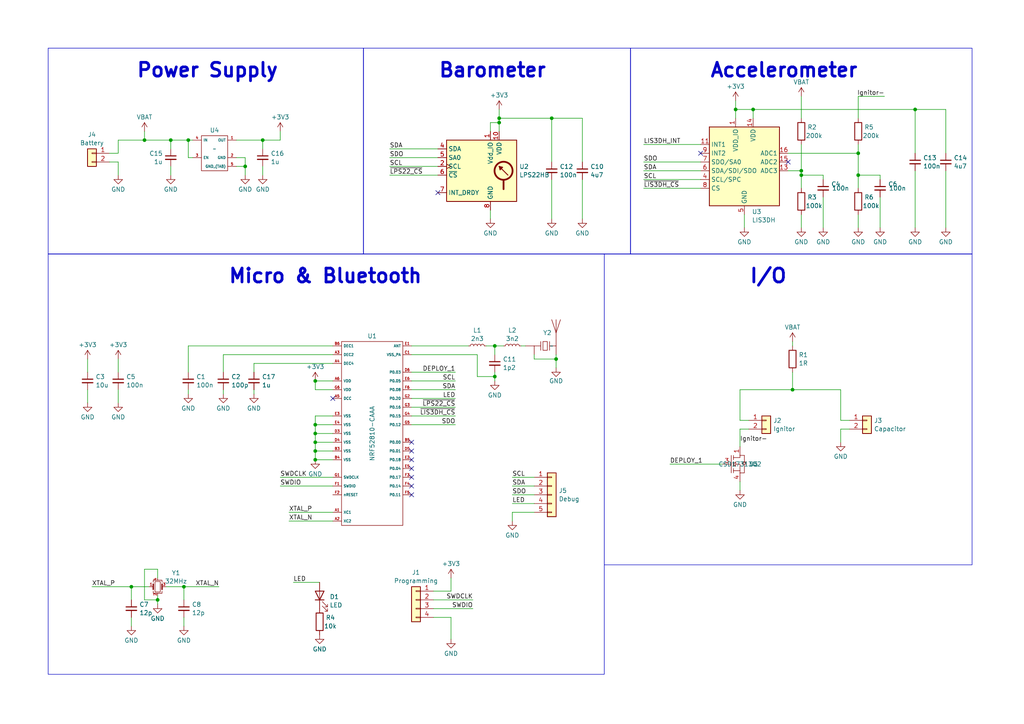
<source format=kicad_sch>
(kicad_sch (version 20230121) (generator eeschema)
  (paper "A4")
  (lib_symbols
    (symbol "Connector_Generic:Conn_01x02" (pin_names (offset 1.016) hide)
      (property "Reference" "J" (at 0 2.54 0))
      (property "Value" "Conn_01x02" (at 0 -5.08 0))
      (symbol "Conn_01x02_1_1"
        (rectangle (start -1.27 -2.413) (end 0 -2.667) (stroke (width 0.1524)))
        (rectangle (start -1.27 0.127) (end 0 -0.127) (stroke (width 0.1524)))
        (rectangle (start -1.27 1.27) (end 1.27 -3.81) (stroke (width 0.254)) (fill (type background)))
        (pin passive line (at -5.08 0 0) (length 3.81) (name "Pin_1") (number "1"))
        (pin passive line (at -5.08 -2.54 0) (length 3.81) (name "Pin_2") (number "2"))
      )
    )
    (symbol "Connector_Generic:Conn_01x04" (pin_names (offset 1.016) hide)
      (property "Reference" "J" (at 0 5.08 0))
      (property "Value" "Conn_01x04" (at 0 -7.62 0))
      (symbol "Conn_01x04_1_1"
        (rectangle (start -1.27 -4.953) (end 0 -5.207) (stroke (width 0.1524)))
        (rectangle (start -1.27 -2.413) (end 0 -2.667) (stroke (width 0.1524)))
        (rectangle (start -1.27 0.127) (end 0 -0.127) (stroke (width 0.1524)))
        (rectangle (start -1.27 2.667) (end 0 2.413) (stroke (width 0.1524)))
        (rectangle (start -1.27 3.81) (end 1.27 -6.35) (stroke (width 0.254)) (fill (type background)))
        (pin passive line (at -5.08 2.54 0) (length 3.81) (name "Pin_1") (number "1"))
        (pin passive line (at -5.08 0 0) (length 3.81) (name "Pin_2") (number "2"))
        (pin passive line (at -5.08 -2.54 0) (length 3.81) (name "Pin_3") (number "3"))
        (pin passive line (at -5.08 -5.08 0) (length 3.81) (name "Pin_4") (number "4"))
      )
    )
    (symbol "Connector_Generic:Conn_01x05" (pin_names (offset 1.016) hide)
      (property "Reference" "J" (at 0 7.62 0))
      (property "Value" "Conn_01x05" (at 0 -7.62 0))
      (symbol "Conn_01x05_1_1"
        (rectangle (start -1.27 -4.953) (end 0 -5.207) (stroke (width 0.1524)))
        (rectangle (start -1.27 -2.413) (end 0 -2.667) (stroke (width 0.1524)))
        (rectangle (start -1.27 0.127) (end 0 -0.127) (stroke (width 0.1524)))
        (rectangle (start -1.27 2.667) (end 0 2.413) (stroke (width 0.1524)))
        (rectangle (start -1.27 5.207) (end 0 4.953) (stroke (width 0.1524)))
        (rectangle (start -1.27 6.35) (end 1.27 -6.35) (stroke (width 0.254)) (fill (type background)))
        (pin passive line (at -5.08 5.08 0) (length 3.81) (name "Pin_1") (number "1"))
        (pin passive line (at -5.08 2.54 0) (length 3.81) (name "Pin_2") (number "2"))
        (pin passive line (at -5.08 0 0) (length 3.81) (name "Pin_3") (number "3"))
        (pin passive line (at -5.08 -2.54 0) (length 3.81) (name "Pin_4") (number "4"))
        (pin passive line (at -5.08 -5.08 0) (length 3.81) (name "Pin_5") (number "5"))
      )
    )
    (symbol "Device:C_Small" (pin_numbers hide) (pin_names (offset 0.254) hide)
      (property "Reference" "C" (at 0.254 1.778 0))
      (property "Value" "C_Small" (at 0.254 -2.032 0))
      (symbol "C_Small_0_1"
        (polyline (pts (xy -1.524 -0.508) (xy 1.524 -0.508)) (stroke (width 0.3302)))
        (polyline (pts (xy -1.524 0.508) (xy 1.524 0.508)) (stroke (width 0.3048)))
      )
      (symbol "C_Small_1_1"
        (pin passive line (at 0 2.54 270) (length 2.032) (name "~") (number "1"))
        (pin passive line (at 0 -2.54 90) (length 2.032) (name "~") (number "2"))
      )
    )
    (symbol "Device:Crystal_GND24_Small" (pin_names (offset 1.016) hide)
      (property "Reference" "Y" (at 1.27 4.445 0))
      (property "Value" "Crystal_GND24_Small" (at 1.27 2.54 0))
      (symbol "Crystal_GND24_Small_0_1"
        (rectangle (start -0.762 -1.524) (end 0.762 1.524))
        (polyline (pts (xy -1.27 -0.762) (xy -1.27 0.762)) (stroke (width 0.381)))
        (polyline (pts (xy 1.27 -0.762) (xy 1.27 0.762)) (stroke (width 0.381)))
        (polyline (pts (xy -1.27 -1.27) (xy -1.27 -1.905) (xy 1.27 -1.905) (xy 1.27 -1.27)))
        (polyline (pts (xy -1.27 1.27) (xy -1.27 1.905) (xy 1.27 1.905) (xy 1.27 1.27)))
      )
      (symbol "Crystal_GND24_Small_1_1"
        (pin passive line (at -2.54 0 0) (length 1.27) (name "1") (number "1"))
        (pin passive line (at 0 -2.54 90) (length 0.635) (name "2") (number "2"))
        (pin passive line (at 2.54 0 180) (length 1.27) (name "3") (number "3"))
        (pin passive line (at 0 2.54 270) (length 0.635) (name "4") (number "4"))
      )
    )
    (symbol "Device:LED" (pin_numbers hide) (pin_names (offset 1.016) hide)
      (property "Reference" "D" (at 0 2.54 0))
      (property "Value" "LED" (at 0 -2.54 0))
      (symbol "LED_0_1"
        (polyline (pts (xy -1.27 -1.27) (xy -1.27 1.27)) (stroke (width 0.254)))
        (polyline (pts (xy -1.27 0) (xy 1.27 0)))
        (polyline (pts (xy 1.27 -1.27) (xy 1.27 1.27) (xy -1.27 0) (xy 1.27 -1.27)) (stroke (width 0.254)))
        (polyline (pts (xy -3.048 -0.762) (xy -4.572 -2.286) (xy -3.81 -2.286) (xy -4.572 -2.286) (xy -4.572 -1.524)))
        (polyline (pts (xy -1.778 -0.762) (xy -3.302 -2.286) (xy -2.54 -2.286) (xy -3.302 -2.286) (xy -3.302 -1.524)))
      )
      (symbol "LED_1_1"
        (pin passive line (at -3.81 0 0) (length 2.54) (name "K") (number "1"))
        (pin passive line (at 3.81 0 180) (length 2.54) (name "A") (number "2"))
      )
    )
    (symbol "Device:L_Small" (pin_numbers hide) (pin_names (offset 0.254) hide)
      (property "Reference" "L" (at 0.762 1.016 0))
      (property "Value" "L_Small" (at 0.762 -1.016 0))
      (symbol "L_Small_0_1"
        (arc (start 0 -2.032) (mid 0.5058 -1.524) (end 0 -1.016))
        (arc (start 0 -1.016) (mid 0.5058 -0.508) (end 0 0))
        (arc (start 0 0) (mid 0.5058 0.508) (end 0 1.016))
        (arc (start 0 1.016) (mid 0.5058 1.524) (end 0 2.032))
      )
      (symbol "L_Small_1_1"
        (pin passive line (at 0 2.54 270) (length 0.508) (name "~") (number "1"))
        (pin passive line (at 0 -2.54 90) (length 0.508) (name "~") (number "2"))
      )
    )
    (symbol "Device:R" (pin_numbers hide) (pin_names (offset 0))
      (property "Reference" "R" (at 2.032 0 90))
      (property "Value" "R" (at 0 0 90))
      (symbol "R_0_1"
        (rectangle (start -1.016 -2.54) (end 1.016 2.54) (stroke (width 0.254)))
      )
      (symbol "R_1_1"
        (pin passive line (at 0 3.81 270) (length 1.27) (name "~") (number "1"))
        (pin passive line (at 0 -3.81 90) (length 1.27) (name "~") (number "2"))
      )
    )
    (symbol "My Components:Chip_Antenna_3pin"
      (property "Reference" "Y" (at -2.54 3.175 0))
      (symbol "Chip_Antenna_3pin_0_1"
        (rectangle (start -5.08 0) (end -3.175 0))
        (rectangle (start -3.175 1.27) (end -3.175 -1.27))
        (rectangle (start -2.54 1.27) (end -1.27 -1.27))
        (rectangle (start -0.635 1.27) (end -0.635 -1.27))
        (polyline (pts (xy 1.27 3.81) (xy 1.27 7.62)))
        (polyline (pts (xy 0 7.62) (xy 1.27 3.81) (xy 2.54 7.62)))
        (polyline (pts (xy 1.27 3.81) (xy 1.27 0) (xy -0.635 0)))
      )
      (symbol "Chip_Antenna_3pin_1_1"
        (pin input line (at -7.62 0 0) (length 2.54) (name "Feed") (number "1"))
        (pin passive line (at -5.08 -2.54 90) (length 2.54) (name "GND") (number "2"))
        (pin passive line (at 1.27 -2.54 90) (length 2.54) (name "GND") (number "3"))
      )
    )
    (symbol "My Components:NCP167"
      (property "Reference" "U" (at 0 0 0))
      (symbol "NCP167_0_1"
        (rectangle (start -3.81 3.81) (end 3.81 -6.35))
      )
      (symbol "NCP167_1_1"
        (pin power_out line (at -6.35 2.54 0) (length 2.54) (name "OUT") (number "1"))
        (pin power_in line (at -6.35 -2.54 0) (length 2.54) (name "GND") (number "2"))
        (pin input line (at 6.35 -2.54 180) (length 2.54) (name "EN") (number "3"))
        (pin power_in line (at 6.35 2.54 180) (length 2.54) (name "IN") (number "4"))
        (pin power_in line (at -6.35 -5.08 0) (length 2.54) (name "GND_(TAB)") (number "5"))
      )
    )
    (symbol "My Components:NFET_DFN6" (pin_names (offset 0) hide)
      (property "Reference" "U" (at -2.54 5.08 0))
      (symbol "NFET_DFN6_0_1"
        (polyline (pts (xy -2.54 2.54) (xy -2.54 -2.54)))
        (polyline (pts (xy -1.905 -1.905) (xy 0 -1.905)))
        (polyline (pts (xy -1.905 -1.27) (xy -1.905 -2.54)))
        (polyline (pts (xy -1.905 0) (xy -1.27 0.635)))
        (polyline (pts (xy -1.905 0.635) (xy -1.905 -0.635)))
        (polyline (pts (xy -1.905 2.54) (xy -1.905 1.27)))
        (polyline (pts (xy 0 2.54) (xy 1.27 2.54)))
        (polyline (pts (xy 0.635 0.635) (xy 1.905 0.635)))
        (polyline (pts (xy 1.27 0.635) (xy 1.27 2.54)))
        (polyline (pts (xy -1.905 0) (xy -1.27 -0.635) (xy -1.27 0.635)))
        (polyline (pts (xy -1.905 1.905) (xy 0 1.905) (xy 0 2.54)))
        (polyline (pts (xy 0 -2.54) (xy 0 0) (xy -1.27 0)))
        (polyline (pts (xy 1.27 0) (xy 1.27 -2.54) (xy 0 -2.54)))
        (polyline (pts (xy 1.27 0.635) (xy 0.635 0) (xy 1.905 0) (xy 1.27 0.635)))
      )
      (symbol "NFET_DFN6_1_1"
        (pin passive line (at 0 5.08 270) (length 2.54) (name "D") (number "1"))
        (pin passive line (at 0 5.08 270) (length 2.54) hide (name "D") (number "2"))
        (pin passive line (at -5.08 0 0) (length 2.54) (name "G") (number "3"))
        (pin passive line (at 0 -5.08 90) (length 2.54) (name "S") (number "4"))
        (pin passive line (at 0 5.08 270) (length 2.54) hide (name "D") (number "5"))
        (pin passive line (at 0 5.08 270) (length 2.54) hide (name "D") (number "6"))
        (pin passive line (at 0 -5.08 90) (length 2.54) hide (name "S") (number "7"))
        (pin passive line (at 0 5.08 270) (length 2.54) hide (name "D") (number "8"))
      )
    )
    (symbol "My Components:NRF52810_CAAA"
      (property "Reference" "U" (at 0 29.21 0))
      (symbol "NRF52810_CAAA_0_1"
        (rectangle (start -8.89 26.67) (end 8.89 -26.67))
      )
      (symbol "NRF52810_CAAA_1_1"
        (pin bidirectional line (at -11.43 -22.86 0) (length 2.54) (name "XC1") (number "A1"))
        (pin bidirectional line (at -11.43 -25.4 0) (length 2.54) (name "XC2") (number "A2"))
        (pin passive line (at -11.43 22.86 0) (length 2.54) (name "DEC2") (number "A3"))
        (pin passive line (at -11.43 20.32 0) (length 2.54) (name "DEC4") (number "A4"))
        (pin power_in line (at -11.43 10.16 0) (length 2.54) (name "DCC") (number "A5"))
        (pin power_in line (at -11.43 15.24 0) (length 2.54) (name "VDD") (number "A6"))
        (pin power_in line (at -11.43 -5.08 0) (length 2.54) (name "VSS") (number "B3"))
        (pin power_in line (at -11.43 -7.62 0) (length 2.54) (name "VSS") (number "B4"))
        (pin bidirectional line (at 11.43 -2.54 180) (length 2.54) (name "P0.00") (number "B5"))
        (pin passive line (at -11.43 25.4 0) (length 2.54) (name "DEC1") (number "B6"))
        (pin power_in line (at 11.43 22.86 180) (length 2.54) (name "VSS_PA") (number "C1"))
        (pin power_in line (at -11.43 0 0) (length 2.54) (name "VSS") (number "D3"))
        (pin power_in line (at -11.43 -2.54 0) (length 2.54) (name "VSS") (number "D4"))
        (pin bidirectional line (at 11.43 -5.08 180) (length 2.54) (name "P0.01") (number "D5"))
        (pin bidirectional line (at 11.43 17.78 180) (length 2.54) (name "P0.03") (number "D6"))
        (pin bidirectional line (at 11.43 25.4 180) (length 2.54) (name "ANT") (number "E1"))
        (pin bidirectional line (at 11.43 -7.62 180) (length 2.54) (name "P0.18") (number "E2"))
        (pin power_in line (at -11.43 5.08 0) (length 2.54) (name "VSS") (number "E3"))
        (pin power_in line (at -11.43 2.54 0) (length 2.54) (name "VSS") (number "E4"))
        (pin bidirectional line (at 11.43 -10.16 180) (length 2.54) (name "P0.04") (number "E5"))
        (pin bidirectional line (at 11.43 15.24 180) (length 2.54) (name "P0.05") (number "E6"))
        (pin bidirectional line (at -11.43 -15.24 0) (length 2.54) (name "SWDIO") (number "F1"))
        (pin input line (at -11.43 -17.78 0) (length 2.54) (name "nRESET") (number "F2"))
        (pin bidirectional line (at 11.43 -12.7 180) (length 2.54) (name "P0.17") (number "F3"))
        (pin bidirectional line (at 11.43 -15.24 180) (length 2.54) (name "P0.14") (number "F4"))
        (pin bidirectional line (at 11.43 -17.78 180) (length 2.54) (name "P0.11") (number "F5"))
        (pin bidirectional line (at 11.43 12.7 180) (length 2.54) (name "P0.08") (number "F6"))
        (pin input line (at -11.43 -12.7 0) (length 2.54) (name "SWDCLK") (number "G1"))
        (pin bidirectional line (at 11.43 10.16 180) (length 2.54) (name "P0.20") (number "G2"))
        (pin bidirectional line (at 11.43 7.62 180) (length 2.54) (name "P0.16") (number "G3"))
        (pin bidirectional line (at 11.43 5.08 180) (length 2.54) (name "P0.15") (number "G4"))
        (pin bidirectional line (at 11.43 2.54 180) (length 2.54) (name "P0.12") (number "G5"))
        (pin power_in line (at -11.43 12.7 0) (length 2.54) (name "VDD") (number "G6"))
      )
    )
    (symbol "My Components:VBAT" (power) (pin_names (offset 0))
      (property "Value" "VBAT" (at 0 3.556 0))
      (symbol "VBAT_0_1"
        (polyline (pts (xy -0.762 1.27) (xy 0 2.54)))
        (polyline (pts (xy 0 0) (xy 0 2.54)))
        (polyline (pts (xy 0 2.54) (xy 0.762 1.27)))
      )
      (symbol "VBAT_1_1"
        (pin power_in line (at 0 0 90) (length 0) hide (name "VBAT") (number "1"))
      )
    )
    (symbol "Sensor_Motion:LIS3DH"
      (property "Reference" "U" (at -7.62 11.43 0))
      (property "Value" "LIS3DH" (at 6.35 11.43 0))
      (symbol "LIS3DH_0_1"
        (rectangle (start -10.16 10.16) (end 10.16 -12.7) (stroke (width 0.254)) (fill (type background)))
      )
      (symbol "LIS3DH_1_1"
        (pin power_in line (at -2.54 12.7 270) (length 2.54) (name "VDD_IO") (number "1"))
        (pin passive line (at 0 -15.24 90) (length 2.54) hide (name "GND") (number "10"))
        (pin output line (at -12.7 5.08 0) (length 2.54) (name "INT1") (number "11"))
        (pin passive line (at 0 -15.24 90) (length 2.54) hide (name "GND") (number "12"))
        (pin input line (at 12.7 -2.54 180) (length 2.54) (name "ADC3") (number "13"))
        (pin power_in line (at 2.54 12.7 270) (length 2.54) (name "VDD") (number "14"))
        (pin input line (at 12.7 0 180) (length 2.54) (name "ADC2") (number "15"))
        (pin input line (at 12.7 2.54 180) (length 2.54) (name "ADC1") (number "16"))
        (pin no_connect line (at 10.16 5.08 180) (length 2.54) hide (name "NC") (number "2"))
        (pin no_connect line (at 10.16 7.62 180) (length 2.54) hide (name "NC") (number "3"))
        (pin input line (at -12.7 -5.08 0) (length 2.54) (name "SCL/SPC") (number "4"))
        (pin power_in line (at 0 -15.24 90) (length 2.54) (name "GND") (number "5"))
        (pin bidirectional line (at -12.7 -2.54 0) (length 2.54) (name "SDA/SDI/SDO") (number "6"))
        (pin bidirectional line (at -12.7 0 0) (length 2.54) (name "SDO/SA0") (number "7"))
        (pin input line (at -12.7 -7.62 0) (length 2.54) (name "CS") (number "8"))
        (pin output line (at -12.7 2.54 0) (length 2.54) (name "INT2") (number "9"))
      )
    )
    (symbol "Sensor_Pressure:LPS22HB"
      (property "Reference" "U" (at -11.43 1.27 0))
      (property "Value" "LPS22HB" (at -11.43 -1.27 0))
      (symbol "LPS22HB_0_1"
        (rectangle (start -10.16 10.16) (end 10.16 -7.62) (stroke (width 0.254)) (fill (type background)))
        (circle (center -6.35 1.27) (radius 2.6162) (stroke (width 0.508)))
        (polyline (pts (xy -7.62 0) (xy -5.08 2.54)) (stroke (width 0.254)))
        (polyline (pts (xy -6.35 -1.524) (xy -6.35 -4.064)) (stroke (width 0.508)))
        (polyline (pts (xy -5.08 2.54) (xy -5.334 1.524) (xy -6.096 2.286) (xy -5.08 2.54)) (stroke (width 0.254)) (fill (type outline)))
      )
      (symbol "LPS22HB_1_1"
        (pin power_in line (at -2.54 12.7 270) (length 2.54) (name "Vdd_IO") (number "1"))
        (pin power_in line (at -5.08 12.7 270) (length 2.54) (name "VDD") (number "10"))
        (pin input clock (at 12.7 2.54 180) (length 2.54) (name "SCL") (number "2"))
        (pin passive line (at -2.54 -10.16 90) (length 2.54) hide (name "GND") (number "3"))
        (pin bidirectional line (at 12.7 7.62 180) (length 2.54) (name "SDA") (number "4"))
        (pin input line (at 12.7 5.08 180) (length 2.54) (name "SA0") (number "5"))
        (pin input line (at 12.7 0 180) (length 2.54) (name "~{CS}") (number "6"))
        (pin output line (at 12.7 -5.08 180) (length 2.54) (name "INT_DRDY") (number "7"))
        (pin power_in line (at -2.54 -10.16 90) (length 2.54) (name "GND") (number "8"))
        (pin passive line (at -2.54 -10.16 90) (length 2.54) hide (name "GND") (number "9"))
      )
    )
    (symbol "power:+3V3" (power) (pin_names (offset 0))
      (property "Value" "+3V3" (at 0 3.556 0))
      (symbol "+3V3_0_1"
        (polyline (pts (xy -0.762 1.27) (xy 0 2.54)))
        (polyline (pts (xy 0 0) (xy 0 2.54)))
        (polyline (pts (xy 0 2.54) (xy 0.762 1.27)))
      )
      (symbol "+3V3_1_1"
        (pin power_in line (at 0 0 90) (length 0) hide (name "+3V3") (number "1"))
      )
    )
    (symbol "power:GND" (power) (pin_names (offset 0))
      (property "Value" "GND" (at 0 -3.81 0))
      (symbol "GND_0_1"
        (polyline (pts (xy 0 0) (xy 0 -1.27) (xy 1.27 -1.27) (xy 0 -2.54) (xy -1.27 -1.27) (xy 0 -1.27)))
      )
      (symbol "GND_1_1"
        (pin power_in line (at 0 0 270) (length 0) hide (name "GND") (number "1"))
      )
    )
  )
  (junction (at 45.72 173.99))
  (junction (at 232.41 50.8))
  (junction (at 41.91 40.64))
  (junction (at 143.51 100.33))
  (junction (at 161.29 104.14))
  (junction (at 218.44 31.75))
  (junction (at 91.44 125.73))
  (junction (at 232.41 49.53))
  (junction (at 54.61 40.64))
  (junction (at 144.78 35.56))
  (junction (at 143.51 109.22))
  (junction (at 265.43 31.75))
  (junction (at 71.12 48.26))
  (junction (at 160.02 34.29))
  (junction (at 91.44 133.35))
  (junction (at 91.44 123.19))
  (junction (at 213.36 31.75))
  (junction (at 91.44 128.27))
  (junction (at 76.2 40.64))
  (junction (at 229.87 113.03))
  (junction (at 144.78 34.29))
  (junction (at 91.44 130.81))
  (junction (at 49.53 40.64))
  (junction (at 38.1 170.18))
  (junction (at 53.34 170.18))
  (junction (at 248.92 44.45))
  (junction (at 91.44 110.49))
  (junction (at 248.92 50.8))
  (no_connect (at 119.38 140.97))
  (no_connect (at 119.38 138.43))
  (no_connect (at 228.6 46.99))
  (no_connect (at 119.38 128.27))
  (no_connect (at 96.52 115.57))
  (no_connect (at 127 55.88))
  (no_connect (at 119.38 130.81))
  (no_connect (at 119.38 135.89))
  (no_connect (at 119.38 143.51))
  (no_connect (at 119.38 133.35))
  (no_connect (at 203.2 44.45))
  (wire (pts (xy 125.73 173.99) (xy 137.16 173.99)))
  (wire (pts (xy 130.81 167.64) (xy 130.81 171.45)))
  (wire (pts (xy 143.51 109.22) (xy 143.51 110.49)))
  (wire (pts (xy 96.52 102.87) (xy 64.77 102.87)))
  (wire (pts (xy 48.26 170.18) (xy 53.34 170.18)))
  (wire (pts (xy 160.02 46.99) (xy 160.02 34.29)))
  (wire (pts (xy 91.44 110.49) (xy 96.52 110.49)))
  (wire (pts (xy 214.63 129.54) (xy 214.63 124.46)))
  (wire (pts (xy 232.41 41.91) (xy 232.41 49.53)))
  (wire (pts (xy 148.59 140.97) (xy 154.94 140.97)))
  (wire (pts (xy 152.4 100.33) (xy 151.13 100.33)))
  (wire (pts (xy 248.92 50.8) (xy 248.92 54.61)))
  (wire (pts (xy 119.38 120.65) (xy 132.08 120.65)))
  (wire (pts (xy 243.84 128.27) (xy 243.84 124.46)))
  (wire (pts (xy 143.51 100.33) (xy 146.05 100.33)))
  (wire (pts (xy 255.27 57.15) (xy 255.27 66.04)))
  (wire (pts (xy 119.38 102.87) (xy 138.43 102.87)))
  (wire (pts (xy 54.61 100.33) (xy 54.61 107.95)))
  (wire (pts (xy 83.82 148.59) (xy 96.52 148.59)))
  (wire (pts (xy 143.51 100.33) (xy 143.51 102.87)))
  (wire (pts (xy 45.72 172.72) (xy 45.72 173.99)))
  (wire (pts (xy 54.61 45.72) (xy 54.61 40.64)))
  (wire (pts (xy 243.84 121.92) (xy 246.38 121.92)))
  (wire (pts (xy 186.69 49.53) (xy 203.2 49.53)))
  (wire (pts (xy 154.94 102.87) (xy 154.94 104.14)))
  (wire (pts (xy 144.78 34.29) (xy 144.78 35.56)))
  (wire (pts (xy 248.92 50.8) (xy 255.27 50.8)))
  (wire (pts (xy 45.72 165.1) (xy 41.91 165.1)))
  (wire (pts (xy 186.69 41.91) (xy 203.2 41.91)))
  (wire (pts (xy 161.29 102.87) (xy 161.29 104.14)))
  (wire (pts (xy 49.53 40.64) (xy 41.91 40.64)))
  (wire (pts (xy 214.63 124.46) (xy 217.17 124.46)))
  (wire (pts (xy 91.44 113.03) (xy 91.44 110.49)))
  (wire (pts (xy 218.44 31.75) (xy 265.43 31.75)))
  (wire (pts (xy 91.44 130.81) (xy 96.52 130.81)))
  (wire (pts (xy 34.29 113.03) (xy 34.29 116.84)))
  (wire (pts (xy 119.38 123.19) (xy 132.08 123.19)))
  (wire (pts (xy 91.44 125.73) (xy 91.44 128.27)))
  (wire (pts (xy 34.29 46.99) (xy 31.75 46.99)))
  (wire (pts (xy 91.44 130.81) (xy 91.44 133.35)))
  (wire (pts (xy 119.38 100.33) (xy 135.89 100.33)))
  (wire (pts (xy 34.29 44.45) (xy 34.29 40.64)))
  (wire (pts (xy 49.53 40.64) (xy 49.53 43.18)))
  (wire (pts (xy 81.28 140.97) (xy 96.52 140.97)))
  (wire (pts (xy 255.27 50.8) (xy 255.27 52.07)))
  (wire (pts (xy 232.41 49.53) (xy 232.41 50.8)))
  (wire (pts (xy 186.69 52.07) (xy 203.2 52.07)))
  (wire (pts (xy 229.87 113.03) (xy 229.87 107.95)))
  (wire (pts (xy 248.92 27.94) (xy 256.54 27.94)))
  (wire (pts (xy 53.34 179.07) (xy 53.34 181.61)))
  (wire (pts (xy 243.84 124.46) (xy 246.38 124.46)))
  (wire (pts (xy 119.38 110.49) (xy 132.08 110.49)))
  (wire (pts (xy 215.9 62.23) (xy 215.9 66.04)))
  (wire (pts (xy 168.91 52.07) (xy 168.91 63.5)))
  (wire (pts (xy 138.43 109.22) (xy 143.51 109.22)))
  (wire (pts (xy 214.63 139.7) (xy 214.63 142.24)))
  (wire (pts (xy 232.41 27.94) (xy 232.41 34.29)))
  (wire (pts (xy 130.81 179.07) (xy 130.81 185.42)))
  (wire (pts (xy 73.66 113.03) (xy 73.66 114.3)))
  (wire (pts (xy 138.43 102.87) (xy 138.43 109.22)))
  (wire (pts (xy 91.44 125.73) (xy 96.52 125.73)))
  (wire (pts (xy 248.92 41.91) (xy 248.92 44.45)))
  (wire (pts (xy 76.2 48.26) (xy 76.2 50.8)))
  (wire (pts (xy 142.24 60.96) (xy 142.24 63.5)))
  (wire (pts (xy 213.36 29.21) (xy 213.36 31.75)))
  (wire (pts (xy 125.73 176.53) (xy 137.16 176.53)))
  (wire (pts (xy 148.59 148.59) (xy 148.59 151.13)))
  (wire (pts (xy 194.31 134.62) (xy 209.55 134.62)))
  (wire (pts (xy 64.77 102.87) (xy 64.77 107.95)))
  (wire (pts (xy 64.77 114.3) (xy 64.77 113.03)))
  (wire (pts (xy 68.58 45.72) (xy 71.12 45.72)))
  (wire (pts (xy 213.36 31.75) (xy 213.36 34.29)))
  (wire (pts (xy 54.61 40.64) (xy 49.53 40.64)))
  (wire (pts (xy 218.44 31.75) (xy 218.44 34.29)))
  (wire (pts (xy 34.29 40.64) (xy 41.91 40.64)))
  (wire (pts (xy 143.51 107.95) (xy 143.51 109.22)))
  (wire (pts (xy 144.78 38.1) (xy 144.78 35.56)))
  (wire (pts (xy 186.69 46.99) (xy 203.2 46.99)))
  (wire (pts (xy 265.43 44.45) (xy 265.43 31.75)))
  (wire (pts (xy 55.88 40.64) (xy 54.61 40.64)))
  (wire (pts (xy 232.41 62.23) (xy 232.41 66.04)))
  (wire (pts (xy 81.28 138.43) (xy 96.52 138.43)))
  (wire (pts (xy 213.36 31.75) (xy 218.44 31.75)))
  (wire (pts (xy 232.41 50.8) (xy 238.76 50.8)))
  (wire (pts (xy 91.44 128.27) (xy 91.44 130.81)))
  (wire (pts (xy 214.63 121.92) (xy 217.17 121.92)))
  (wire (pts (xy 144.78 35.56) (xy 142.24 35.56)))
  (wire (pts (xy 140.97 100.33) (xy 143.51 100.33)))
  (wire (pts (xy 229.87 113.03) (xy 243.84 113.03)))
  (wire (pts (xy 113.03 45.72) (xy 127 45.72)))
  (wire (pts (xy 248.92 62.23) (xy 248.92 66.04)))
  (wire (pts (xy 71.12 45.72) (xy 71.12 48.26)))
  (wire (pts (xy 41.91 173.99) (xy 45.72 173.99)))
  (wire (pts (xy 148.59 138.43) (xy 154.94 138.43)))
  (wire (pts (xy 91.44 123.19) (xy 91.44 120.65)))
  (wire (pts (xy 148.59 143.51) (xy 154.94 143.51)))
  (wire (pts (xy 76.2 40.64) (xy 81.28 40.64)))
  (wire (pts (xy 125.73 179.07) (xy 130.81 179.07)))
  (wire (pts (xy 91.44 125.73) (xy 91.44 123.19)))
  (wire (pts (xy 34.29 44.45) (xy 31.75 44.45)))
  (wire (pts (xy 76.2 40.64) (xy 76.2 43.18)))
  (wire (pts (xy 265.43 31.75) (xy 274.32 31.75)))
  (wire (pts (xy 53.34 170.18) (xy 53.34 173.99)))
  (wire (pts (xy 96.52 100.33) (xy 54.61 100.33)))
  (wire (pts (xy 113.03 43.18) (xy 127 43.18)))
  (wire (pts (xy 34.29 104.14) (xy 34.29 107.95)))
  (wire (pts (xy 54.61 113.03) (xy 54.61 114.3)))
  (wire (pts (xy 119.38 115.57) (xy 132.08 115.57)))
  (wire (pts (xy 71.12 48.26) (xy 71.12 50.8)))
  (wire (pts (xy 83.82 151.13) (xy 96.52 151.13)))
  (wire (pts (xy 160.02 34.29) (xy 168.91 34.29)))
  (wire (pts (xy 265.43 49.53) (xy 265.43 66.04)))
  (wire (pts (xy 68.58 48.26) (xy 71.12 48.26)))
  (wire (pts (xy 119.38 118.11) (xy 132.08 118.11)))
  (wire (pts (xy 142.24 35.56) (xy 142.24 38.1)))
  (wire (pts (xy 96.52 113.03) (xy 91.44 113.03)))
  (wire (pts (xy 25.4 104.14) (xy 25.4 107.95)))
  (wire (pts (xy 160.02 34.29) (xy 144.78 34.29)))
  (wire (pts (xy 73.66 105.41) (xy 96.52 105.41)))
  (wire (pts (xy 154.94 104.14) (xy 161.29 104.14)))
  (wire (pts (xy 274.32 31.75) (xy 274.32 44.45)))
  (wire (pts (xy 34.29 50.8) (xy 34.29 46.99)))
  (wire (pts (xy 68.58 40.64) (xy 76.2 40.64)))
  (wire (pts (xy 45.72 173.99) (xy 45.72 175.26)))
  (wire (pts (xy 38.1 181.61) (xy 38.1 179.07)))
  (wire (pts (xy 96.52 128.27) (xy 91.44 128.27)))
  (wire (pts (xy 274.32 49.53) (xy 274.32 66.04)))
  (wire (pts (xy 186.69 54.61) (xy 203.2 54.61)))
  (wire (pts (xy 168.91 34.29) (xy 168.91 46.99)))
  (wire (pts (xy 243.84 113.03) (xy 243.84 121.92)))
  (wire (pts (xy 229.87 99.06) (xy 229.87 100.33)))
  (wire (pts (xy 161.29 104.14) (xy 161.29 106.68)))
  (wire (pts (xy 119.38 107.95) (xy 132.08 107.95)))
  (wire (pts (xy 73.66 107.95) (xy 73.66 105.41)))
  (wire (pts (xy 91.44 120.65) (xy 96.52 120.65)))
  (wire (pts (xy 228.6 44.45) (xy 248.92 44.45)))
  (wire (pts (xy 154.94 148.59) (xy 148.59 148.59)))
  (wire (pts (xy 25.4 113.03) (xy 25.4 116.84)))
  (wire (pts (xy 238.76 57.15) (xy 238.76 66.04)))
  (wire (pts (xy 113.03 48.26) (xy 127 48.26)))
  (wire (pts (xy 248.92 27.94) (xy 248.92 34.29)))
  (wire (pts (xy 248.92 44.45) (xy 248.92 50.8)))
  (wire (pts (xy 91.44 123.19) (xy 96.52 123.19)))
  (wire (pts (xy 38.1 170.18) (xy 43.18 170.18)))
  (wire (pts (xy 160.02 52.07) (xy 160.02 63.5)))
  (wire (pts (xy 38.1 173.99) (xy 38.1 170.18)))
  (wire (pts (xy 41.91 38.1) (xy 41.91 40.64)))
  (wire (pts (xy 81.28 38.1) (xy 81.28 40.64)))
  (wire (pts (xy 26.67 170.18) (xy 38.1 170.18)))
  (wire (pts (xy 214.63 113.03) (xy 229.87 113.03)))
  (wire (pts (xy 148.59 146.05) (xy 154.94 146.05)))
  (wire (pts (xy 45.72 167.64) (xy 45.72 165.1)))
  (wire (pts (xy 238.76 50.8) (xy 238.76 52.07)))
  (wire (pts (xy 232.41 50.8) (xy 232.41 54.61)))
  (wire (pts (xy 85.09 168.91) (xy 92.71 168.91)))
  (wire (pts (xy 125.73 171.45) (xy 130.81 171.45)))
  (wire (pts (xy 96.52 133.35) (xy 91.44 133.35)))
  (wire (pts (xy 119.38 113.03) (xy 132.08 113.03)))
  (wire (pts (xy 53.34 170.18) (xy 63.5 170.18)))
  (wire (pts (xy 55.88 45.72) (xy 54.61 45.72)))
  (wire (pts (xy 144.78 31.75) (xy 144.78 34.29)))
  (wire (pts (xy 228.6 49.53) (xy 232.41 49.53)))
  (wire (pts (xy 113.03 50.8) (xy 127 50.8)))
  (wire (pts (xy 41.91 165.1) (xy 41.91 173.99)))
  (wire (pts (xy 49.53 48.26) (xy 49.53 50.8)))
  (wire (pts (xy 214.63 113.03) (xy 214.63 121.92)))
  (rectangle (start 105.41 13.97) (end 182.88 73.66))
  (rectangle (start 13.97 73.66) (end 175.26 195.58))
  (rectangle (start 13.97 13.97) (end 105.41 73.66))
  (rectangle (start 175.26 73.66) (end 281.94 163.83))
  (rectangle (start 182.88 13.97) (end 281.94 73.66))
  (text "Micro & Bluetooth" (at 66.04 82.55 0) (effects (font (size 4 4) (thickness 0.8) bold) (justify left bottom)))
  (text "Barometer" (at 127 22.86 0) (effects (font (size 4 4) (thickness 0.8) bold) (justify left bottom)))
  (text "I/O" (at 217.17 82.55 0) (effects (font (size 4 4) (thickness 0.8) bold) (justify left bottom)))
  (text "Power Supply" (at 39.37 22.86 0) (effects (font (size 4 4) (thickness 0.8) bold) (justify left bottom)))
  (text "Accelerometer" (at 205.74 22.86 0) (effects (font (size 4 4) (thickness 0.8) bold) (justify left bottom)))
  (label "SDA" (at 132.08 113.03 180))
  (label "LIS3DH_INT" (at 186.69 41.91 0))
  (label "XTAL_P" (at 83.82 148.59 0))
  (label "~{LIS3DH_CS}" (at 132.08 120.65 180))
  (label "SDA" (at 148.59 140.97 0))
  (label "~{LIS3DH_CS}" (at 186.69 54.61 0))
  (label "DEPLOY_1" (at 194.31 134.62 0))
  (label "LED" (at 85.09 168.91 0))
  (label "LED" (at 132.08 115.57 180))
  (label "SWDIO" (at 81.28 140.97 0))
  (label "XTAL_N" (at 63.5 170.18 180))
  (label "DEPLOY_1" (at 132.08 107.95 180))
  (label "LED" (at 148.59 146.05 0))
  (label "SDO" (at 113.03 45.72 0))
  (label "XTAL_P" (at 26.67 170.18 0))
  (label "SDO" (at 186.69 46.99 0))
  (label "SCL" (at 113.03 48.26 0))
  (label "~{LPS22_CS}" (at 132.08 118.11 180))
  (label "SDA" (at 186.69 49.53 0))
  (label "SDO" (at 132.08 123.19 180))
  (label "Ignitor-" (at 214.63 128.27 0))
  (label "SWDIO" (at 137.16 176.53 180))
  (label "SWDCLK" (at 81.28 138.43 0))
  (label "~{LPS22_CS}" (at 113.03 50.8 0))
  (label "SDA" (at 113.03 43.18 0))
  (label "XTAL_N" (at 83.82 151.13 0))
  (label "SCL" (at 148.59 138.43 0))
  (label "Ignitor-" (at 256.54 27.94 180))
  (label "SCL" (at 132.08 110.49 180))
  (label "SCL" (at 186.69 52.07 0))
  (label "SWDCLK" (at 137.16 173.99 180))
  (label "SDO" (at 148.59 143.51 0))
  (symbol (lib_id "power:GND") (at 214.63 142.24 0) (unit 1)
    (property "Reference" "#PWR09" (effects hide))
    (property "Value" "GND" (at 214.63 146.3731 0))
  )
  (symbol (lib_id "My Components:NFET_DFN6") (at 214.63 134.62 0) (unit 1)
    (property "Reference" "U5" (at 217.17 134.62 0) (effects (justify left)))
    (property "Value" "CSD17313Q2" (at 214.63 134.62 0))
    (property "Footprint" "Package_SON:Texas_DQK" (effects hide))
    (property "JLC Part Number" "C2862001" (effects hide))
  )
  (symbol (lib_id "Device:R") (at 229.87 104.14 0) (unit 1)
    (property "Reference" "R1" (at 231.648 102.9279 0) (effects (justify left)))
    (property "Value" "1R" (at 231.648 105.3521 0) (effects (justify left)))
    (property "Footprint" "Resistor_SMD:R_0805_2012Metric" (effects hide))
  )
  (symbol (lib_id "Device:C_Small") (at 64.77 110.49 0) (unit 1)
    (property "Reference" "C2" (at 67.0941 109.2842 0) (effects (justify left)))
    (property "Value" "100p" (at 67.0941 111.7084 0) (effects (justify left)))
    (property "Footprint" "Capacitor_SMD:C_0201_0603Metric" (effects hide))
  )
  (symbol (lib_id "Connector_Generic:Conn_01x05") (at 160.02 143.51 0) (unit 1)
    (property "Reference" "J5" (at 162.052 142.2979 0) (effects (justify left)))
    (property "Value" "Debug" (at 162.052 144.7221 0) (effects (justify left)))
    (property "Footprint" "Footprints:Edge_Pads_1x5_P1.0" (effects hide))
  )
  (symbol (lib_id "Connector_Generic:Conn_01x04") (at 120.65 173.99 0) (mirror y) (unit 1)
    (property "Reference" "J1" (at 120.65 166.0357 0))
    (property "Value" "Programming" (at 120.65 168.4599 0))
    (property "Footprint" "Footprints:Edge_Pads_1x4_P1.0" (effects hide))
  )
  (symbol (lib_id "Device:C_Small") (at 160.02 49.53 0) (unit 1)
    (property "Reference" "C12" (at 162.3441 48.3242 0) (effects (justify left)))
    (property "Value" "100n" (at 162.3441 50.7484 0) (effects (justify left)))
    (property "Footprint" "Capacitor_SMD:C_0201_0603Metric" (effects hide))
  )
  (symbol (lib_id "Device:C_Small") (at 34.29 110.49 0) (unit 1)
    (property "Reference" "C5" (at 36.6141 109.2842 0) (effects (justify left)))
    (property "Value" "100n" (at 36.6141 111.7084 0) (effects (justify left)))
    (property "Footprint" "Capacitor_SMD:C_0201_0603Metric" (effects hide))
  )
  (symbol (lib_id "Device:C_Small") (at 54.61 110.49 0) (unit 1)
    (property "Reference" "C1" (at 56.9341 109.2842 0) (effects (justify left)))
    (property "Value" "100n" (at 56.9341 111.7084 0) (effects (justify left)))
    (property "Footprint" "Capacitor_SMD:C_0201_0603Metric" (effects hide))
  )
  (symbol (lib_id "My Components:Chip_Antenna_3pin") (at 160.02 100.33 0) (unit 1)
    (property "Reference" "Y2" (at 157.48 96.52 0) (effects (justify left)))
    (property "Value" "~" (at 160.02 100.33 0))
    (property "Footprint" "Footprints:Antenna_Chip_Pulse_Larsen_W3008" (effects hide))
    (property "JLC Part Number" "C581402" (effects hide))
  )
  (symbol (lib_id "power:GND") (at 49.53 50.8 0) (unit 1)
    (property "Reference" "#PWR029" (effects hide))
    (property "Value" "GND" (at 49.53 54.9331 0))
  )
  (symbol (lib_id "My Components:VBAT") (at 229.87 99.06 0) (unit 1)
    (property "Reference" "#PWR010" (effects hide))
    (property "Value" "VBAT" (at 229.87 94.9269 0))
  )
  (symbol (lib_id "power:+3V3") (at 144.78 31.75 0) (unit 1)
    (property "Reference" "#PWR022" (effects hide))
    (property "Value" "+3V3" (at 144.78 27.6169 0))
  )
  (symbol (lib_id "power:GND") (at 215.9 66.04 0) (unit 1)
    (property "Reference" "#PWR028" (effects hide))
    (property "Value" "GND" (at 215.9 70.1731 0))
  )
  (symbol (lib_id "power:GND") (at 71.12 50.8 0) (unit 1)
    (property "Reference" "#PWR030" (effects hide))
    (property "Value" "GND" (at 71.12 54.9331 0))
  )
  (symbol (lib_id "power:GND") (at 91.44 133.35 0) (unit 1)
    (property "Reference" "#PWR03" (effects hide))
    (property "Value" "GND" (at 91.44 137.4831 0))
  )
  (symbol (lib_id "Device:C_Small") (at 38.1 176.53 0) (unit 1)
    (property "Reference" "C7" (at 40.4241 175.3242 0) (effects (justify left)))
    (property "Value" "12p" (at 40.4241 177.7484 0) (effects (justify left)))
    (property "Footprint" "Capacitor_SMD:C_0201_0603Metric" (effects hide))
  )
  (symbol (lib_id "Device:R") (at 232.41 38.1 0) (unit 1)
    (property "Reference" "R2" (at 234.188 36.8879 0) (effects (justify left)))
    (property "Value" "200k" (at 233.68 39.37 0) (effects (justify left)))
    (property "Footprint" "Resistor_SMD:R_0201_0603Metric" (effects hide))
  )
  (symbol (lib_id "Connector_Generic:Conn_01x02") (at 26.67 44.45 0) (mirror y) (unit 1)
    (property "Reference" "J4" (at 26.67 39.0357 0))
    (property "Value" "Battery" (at 26.67 41.4599 0))
    (property "Footprint" "Footprints:Edge_Pads_1x2_P1.5" (effects hide))
  )
  (symbol (lib_id "My Components:VBAT") (at 41.91 38.1 0) (unit 1)
    (property "Reference" "#PWR033" (effects hide))
    (property "Value" "VBAT" (at 41.91 33.9669 0))
  )
  (symbol (lib_id "power:GND") (at 168.91 63.5 0) (unit 1)
    (property "Reference" "#PWR024" (effects hide))
    (property "Value" "GND" (at 168.91 67.6331 0))
  )
  (symbol (lib_id "power:GND") (at 148.59 151.13 0) (unit 1)
    (property "Reference" "#PWR038" (effects hide))
    (property "Value" "GND" (at 148.59 155.2631 0))
  )
  (symbol (lib_id "Device:C_Small") (at 265.43 46.99 0) (unit 1)
    (property "Reference" "C13" (at 267.7541 45.7842 0) (effects (justify left)))
    (property "Value" "100n" (at 267.7541 48.2084 0) (effects (justify left)))
    (property "Footprint" "Capacitor_SMD:C_0201_0603Metric" (effects hide))
  )
  (symbol (lib_id "power:GND") (at 255.27 66.04 0) (unit 1)
    (property "Reference" "#PWR041" (effects hide))
    (property "Value" "GND" (at 255.27 70.1731 0))
  )
  (symbol (lib_id "power:GND") (at 265.43 66.04 0) (unit 1)
    (property "Reference" "#PWR025" (effects hide))
    (property "Value" "GND" (at 265.43 70.1731 0))
  )
  (symbol (lib_id "power:GND") (at 142.24 63.5 0) (unit 1)
    (property "Reference" "#PWR019" (effects hide))
    (property "Value" "GND" (at 142.24 67.6331 0))
  )
  (symbol (lib_id "My Components:VBAT") (at 232.41 27.94 0) (unit 1)
    (property "Reference" "#PWR08" (effects hide))
    (property "Value" "VBAT" (at 232.41 23.8069 0))
  )
  (symbol (lib_id "power:GND") (at 54.61 114.3 0) (mirror y) (unit 1)
    (property "Reference" "#PWR01" (effects hide))
    (property "Value" "GND" (at 54.61 118.4331 0))
  )
  (symbol (lib_id "power:GND") (at 143.51 110.49 0) (unit 1)
    (property "Reference" "#PWR020" (effects hide))
    (property "Value" "GND" (at 143.51 114.6231 0))
  )
  (symbol (lib_id "My Components:NRF52810_CAAA") (at 107.95 125.73 0) (unit 1)
    (property "Reference" "U1" (at 107.95 97.4669 0))
    (property "Value" "NRF52810-CAAA" (at 107.95 125.73 90))
    (property "Footprint" "Footprints:WLCSP-33_2.486x2.464mm" (effects hide))
    (property "JLC Part Number" "C3606661" (effects hide))
  )
  (symbol (lib_id "power:GND") (at 34.29 116.84 0) (unit 1)
    (property "Reference" "#PWR011" (effects hide))
    (property "Value" "GND" (at 34.29 120.9731 0))
  )
  (symbol (lib_id "power:GND") (at 73.66 114.3 0) (mirror y) (unit 1)
    (property "Reference" "#PWR04" (effects hide))
    (property "Value" "GND" (at 73.66 118.4331 0))
  )
  (symbol (lib_id "power:GND") (at 64.77 114.3 0) (mirror y) (unit 1)
    (property "Reference" "#PWR02" (effects hide))
    (property "Value" "GND" (at 64.77 118.4331 0))
  )
  (symbol (lib_id "Device:L_Small") (at 138.43 100.33 270) (mirror x) (unit 1)
    (property "Reference" "L1" (at 138.43 95.8069 90))
    (property "Value" "2n3" (at 138.43 98.2311 90))
    (property "Footprint" "Inductor_SMD:L_0201_0603Metric" (effects hide))
    (property "JLC Part Number" "C2048374" (effects hide))
  )
  (symbol (lib_id "power:GND") (at 243.84 128.27 0) (unit 1)
    (property "Reference" "#PWR013" (effects hide))
    (property "Value" "GND" (at 243.84 132.4031 0))
  )
  (symbol (lib_id "Connector_Generic:Conn_01x02") (at 222.25 121.92 0) (unit 1)
    (property "Reference" "J2" (at 224.282 121.9779 0) (effects (justify left)))
    (property "Value" "Ignitor" (at 224.282 124.4021 0) (effects (justify left)))
    (property "Footprint" "Footprints:Edge_Pads_1x2_P1.5" (effects hide))
  )
  (symbol (lib_id "power:+3V3") (at 34.29 104.14 0) (unit 1)
    (property "Reference" "#PWR012" (effects hide))
    (property "Value" "+3V3" (at 34.29 100.0069 0))
  )
  (symbol (lib_id "Device:C_Small") (at 274.32 46.99 0) (unit 1)
    (property "Reference" "C14" (at 276.6441 45.7842 0) (effects (justify left)))
    (property "Value" "4u7" (at 276.6441 48.2084 0) (effects (justify left)))
    (property "Footprint" "Capacitor_SMD:C_0402_1005Metric" (effects hide))
  )
  (symbol (lib_id "Device:C_Small") (at 25.4 110.49 0) (unit 1)
    (property "Reference" "C3" (at 27.7241 109.2842 0) (effects (justify left)))
    (property "Value" "10u" (at 27.7241 111.7084 0) (effects (justify left)))
    (property "Footprint" "Capacitor_SMD:C_0603_1608Metric" (effects hide))
  )
  (symbol (lib_id "power:GND") (at 238.76 66.04 0) (unit 1)
    (property "Reference" "#PWR036" (effects hide))
    (property "Value" "GND" (at 238.76 70.1731 0))
  )
  (symbol (lib_id "power:GND") (at 248.92 66.04 0) (unit 1)
    (property "Reference" "#PWR040" (effects hide))
    (property "Value" "GND" (at 248.92 70.1731 0))
  )
  (symbol (lib_id "Device:R") (at 232.41 58.42 0) (unit 1)
    (property "Reference" "R3" (at 234.188 57.2079 0) (effects (justify left)))
    (property "Value" "100k" (at 233.68 59.69 0) (effects (justify left)))
    (property "Footprint" "Resistor_SMD:R_0201_0603Metric" (effects hide))
  )
  (symbol (lib_id "power:GND") (at 25.4 116.84 0) (unit 1)
    (property "Reference" "#PWR06" (effects hide))
    (property "Value" "GND" (at 25.4 120.9731 0))
  )
  (symbol (lib_id "power:+3V3") (at 91.44 110.49 0) (unit 1)
    (property "Reference" "#PWR07" (effects hide))
    (property "Value" "+3V3" (at 91.44 106.3569 0))
  )
  (symbol (lib_id "Device:C_Small") (at 168.91 49.53 0) (unit 1)
    (property "Reference" "C10" (at 171.2341 48.3242 0) (effects (justify left)))
    (property "Value" "4u7" (at 171.2341 50.7484 0) (effects (justify left)))
    (property "Footprint" "Capacitor_SMD:C_0402_1005Metric" (effects hide))
  )
  (symbol (lib_id "power:GND") (at 161.29 106.68 0) (unit 1)
    (property "Reference" "#PWR021" (effects hide))
    (property "Value" "GND" (at 161.29 110.49 0))
  )
  (symbol (lib_id "power:GND") (at 76.2 50.8 0) (unit 1)
    (property "Reference" "#PWR031" (effects hide))
    (property "Value" "GND" (at 76.2 54.9331 0))
  )
  (symbol (lib_id "My Components:NCP167") (at 62.23 43.18 0) (mirror y) (unit 1)
    (property "Reference" "U4" (at 62.23 37.7769 0))
    (property "Value" "~" (at 62.23 43.18 0))
    (property "Footprint" "Package_DFN_QFN:OnSemi_XDFN4-1EP_1.0x1.0mm_EP0.52x0.52mm" (effects hide))
    (property "JLC Part Number" "C892227" (effects hide))
  )
  (symbol (lib_id "Device:C_Small") (at 73.66 110.49 0) (unit 1)
    (property "Reference" "C17" (at 75.9841 109.2842 0) (effects (justify left)))
    (property "Value" "1u" (at 75.9841 111.7084 0) (effects (justify left)))
    (property "Footprint" "Capacitor_SMD:C_0201_0603Metric" (effects hide))
  )
  (symbol (lib_id "Device:C_Small") (at 53.34 176.53 0) (unit 1)
    (property "Reference" "C8" (at 55.6641 175.3242 0) (effects (justify left)))
    (property "Value" "12p" (at 55.6641 177.7484 0) (effects (justify left)))
    (property "Footprint" "Capacitor_SMD:C_0201_0603Metric" (effects hide))
  )
  (symbol (lib_id "Device:C_Small") (at 255.27 54.61 0) (unit 1)
    (property "Reference" "C6" (at 257.5941 53.4042 0) (effects (justify left)))
    (property "Value" "100n" (at 257.81 54.61 0) (effects (justify left)))
    (property "Footprint" "Capacitor_SMD:C_0201_0603Metric" (effects hide))
  )
  (symbol (lib_id "power:GND") (at 34.29 50.8 0) (mirror y) (unit 1)
    (property "Reference" "#PWR018" (effects hide))
    (property "Value" "GND" (at 34.29 54.9331 0))
  )
  (symbol (lib_id "power:GND") (at 92.71 184.15 0) (unit 1)
    (property "Reference" "#PWR037" (effects hide))
    (property "Value" "GND" (at 92.71 188.2831 0))
  )
  (symbol (lib_id "power:+3V3") (at 25.4 104.14 0) (unit 1)
    (property "Reference" "#PWR05" (effects hide))
    (property "Value" "+3V3" (at 25.4 100.0069 0))
  )
  (symbol (lib_id "power:GND") (at 232.41 66.04 0) (unit 1)
    (property "Reference" "#PWR017" (effects hide))
    (property "Value" "GND" (at 232.41 70.1731 0))
  )
  (symbol (lib_id "power:+3V3") (at 130.81 167.64 0) (unit 1)
    (property "Reference" "#PWR035" (effects hide))
    (property "Value" "+3V3" (at 130.81 163.5069 0))
  )
  (symbol (lib_id "Device:R") (at 92.71 180.34 0) (unit 1)
    (property "Reference" "R4" (at 94.488 179.1279 0) (effects (justify left)))
    (property "Value" "10k" (at 93.98 181.61 0) (effects (justify left)))
    (property "Footprint" "Resistor_SMD:R_0201_0603Metric" (effects hide))
  )
  (symbol (lib_id "power:+3V3") (at 81.28 38.1 0) (unit 1)
    (property "Reference" "#PWR032" (effects hide))
    (property "Value" "+3V3" (at 81.28 33.9669 0))
  )
  (symbol (lib_id "Device:C_Small") (at 238.76 54.61 0) (unit 1)
    (property "Reference" "C4" (at 241.0841 53.4042 0) (effects (justify left)))
    (property "Value" "100n" (at 241.3 54.61 0) (effects (justify left)))
    (property "Footprint" "Capacitor_SMD:C_0201_0603Metric" (effects hide))
  )
  (symbol (lib_id "power:GND") (at 45.72 175.26 0) (unit 1)
    (property "Reference" "#PWR016" (effects hide))
    (property "Value" "GND" (at 45.72 179.3931 0))
  )
  (symbol (lib_id "Device:C_Small") (at 76.2 45.72 0) (unit 1)
    (property "Reference" "C16" (at 78.5241 44.5142 0) (effects (justify left)))
    (property "Value" "1u" (at 78.5241 46.9384 0) (effects (justify left)))
    (property "Footprint" "Capacitor_SMD:C_0201_0603Metric" (effects hide))
  )
  (symbol (lib_id "Sensor_Pressure:LPS22HB") (at 139.7 50.8 0) (mirror y) (unit 1)
    (property "Reference" "U2" (at 150.622 48.3179 0) (effects (justify right)))
    (property "Value" "LPS22HB" (at 150.622 50.7421 0) (effects (justify right)))
    (property "Footprint" "Package_LGA:ST_HLGA-10_2x2mm_P0.5mm_LayoutBorder3x2y" (effects hide))
    (property "Datasheet" "https://www.st.com/resource/en/datasheet/lps22hb.pdf" (effects hide))
    (property "JLC Part Number" "C94049" (effects hide))
  )
  (symbol (lib_id "Device:R") (at 248.92 58.42 0) (unit 1)
    (property "Reference" "R6" (at 250.698 57.2079 0) (effects (justify left)))
    (property "Value" "100k" (at 250.19 59.69 0) (effects (justify left)))
    (property "Footprint" "Resistor_SMD:R_0201_0603Metric" (effects hide))
  )
  (symbol (lib_id "power:GND") (at 38.1 181.61 0) (unit 1)
    (property "Reference" "#PWR014" (effects hide))
    (property "Value" "GND" (at 38.1 185.7431 0))
  )
  (symbol (lib_id "power:GND") (at 130.81 185.42 0) (unit 1)
    (property "Reference" "#PWR034" (effects hide))
    (property "Value" "GND" (at 130.81 189.5531 0))
  )
  (symbol (lib_id "power:GND") (at 274.32 66.04 0) (unit 1)
    (property "Reference" "#PWR026" (effects hide))
    (property "Value" "GND" (at 274.32 70.1731 0))
  )
  (symbol (lib_id "Sensor_Motion:LIS3DH") (at 215.9 46.99 0) (unit 1)
    (property "Reference" "U3" (at 218.0941 61.4101 0) (effects (justify left)))
    (property "Value" "LIS3DH" (at 218.0941 63.8343 0) (effects (justify left)))
    (property "Footprint" "Package_LGA:LGA-16_3x3mm_P0.5mm_LayoutBorder3x5y" (effects hide))
    (property "Datasheet" "https://www.st.com/resource/en/datasheet/cd00274221.pdf" (effects hide))
    (property "JLC Part Number" "C15134" (effects hide))
  )
  (symbol (lib_id "power:GND") (at 160.02 63.5 0) (unit 1)
    (property "Reference" "#PWR023" (effects hide))
    (property "Value" "GND" (at 160.02 67.6331 0))
  )
  (symbol (lib_id "Device:LED") (at 92.71 172.72 90) (unit 1)
    (property "Reference" "D1" (at 95.631 173.0954 90) (effects (justify right)))
    (property "Value" "LED" (at 95.631 175.5196 90) (effects (justify right)))
    (property "Footprint" "LED_SMD:LED_0402_1005Metric" (effects hide))
  )
  (symbol (lib_id "power:GND") (at 53.34 181.61 0) (unit 1)
    (property "Reference" "#PWR015" (effects hide))
    (property "Value" "GND" (at 53.34 185.7431 0))
  )
  (symbol (lib_id "power:+3V3") (at 213.36 29.21 0) (unit 1)
    (property "Reference" "#PWR027" (effects hide))
    (property "Value" "+3V3" (at 213.36 25.0769 0))
  )
  (symbol (lib_id "Device:L_Small") (at 148.59 100.33 270) (mirror x) (unit 1)
    (property "Reference" "L2" (at 148.59 95.8069 90))
    (property "Value" "3n2" (at 148.59 98.2311 90))
    (property "Footprint" "Inductor_SMD:L_0201_0603Metric" (effects hide))
    (property "JLC Part Number" "C408626" (effects hide))
  )
  (symbol (lib_id "Device:C_Small") (at 143.51 105.41 0) (unit 1)
    (property "Reference" "C11" (at 145.8341 104.2042 0) (effects (justify left)))
    (property "Value" "1p2" (at 145.8341 106.6284 0) (effects (justify left)))
    (property "Footprint" "Capacitor_SMD:C_0201_0603Metric" (effects hide))
    (property "JLC Part Number" "C1855072" (effects hide))
  )
  (symbol (lib_id "Device:Crystal_GND24_Small") (at 45.72 170.18 0) (unit 1)
    (property "Reference" "Y1" (at 51.0412 166.1628 0))
    (property "Value" "32MHz" (at 51.0412 168.587 0))
    (property "Footprint" "Crystal:Crystal_SMD_2520-4Pin_2.5x2.0mm" (effects hide))
    (property "JLC Part Number" "C2149238" (effects hide))
  )
  (symbol (lib_id "Device:C_Small") (at 49.53 45.72 0) (mirror y) (unit 1)
    (property "Reference" "C15" (at 47.2059 44.5142 0) (effects (justify left)))
    (property "Value" "1u" (at 47.2059 46.9384 0) (effects (justify left)))
    (property "Footprint" "Capacitor_SMD:C_0201_0603Metric" (effects hide))
  )
  (symbol (lib_id "Connector_Generic:Conn_01x02") (at 251.46 121.92 0) (unit 1)
    (property "Reference" "J3" (at 253.492 121.9779 0) (effects (justify left)))
    (property "Value" "Capacitor" (at 253.492 124.4021 0) (effects (justify left)))
    (property "Footprint" "Footprints:Edge_Pads_1x2_P1.5" (effects hide))
  )
  (symbol (lib_id "Device:R") (at 248.92 38.1 0) (unit 1)
    (property "Reference" "R5" (at 250.698 36.8879 0) (effects (justify left)))
    (property "Value" "200k" (at 250.19 39.37 0) (effects (justify left)))
    (property "Footprint" "Resistor_SMD:R_0201_0603Metric" (effects hide))
  )
)
</source>
